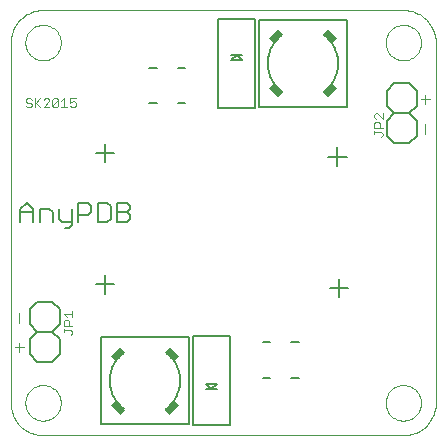
<source format=gto>
G75*
%MOIN*%
%OFA0B0*%
%FSLAX24Y24*%
%IPPOS*%
%LPD*%
%AMOC8*
5,1,8,0,0,1.08239X$1,22.5*
%
%ADD10C,0.0000*%
%ADD11C,0.0060*%
%ADD12C,0.0030*%
%ADD13C,0.0080*%
%ADD14C,0.0040*%
%ADD15R,0.0433X0.0226*%
%ADD16C,0.0050*%
D10*
X005626Y001648D02*
X005626Y013656D01*
X006118Y013656D02*
X006120Y013704D01*
X006126Y013752D01*
X006136Y013799D01*
X006149Y013845D01*
X006167Y013890D01*
X006187Y013934D01*
X006212Y013976D01*
X006240Y014015D01*
X006270Y014052D01*
X006304Y014086D01*
X006341Y014118D01*
X006379Y014147D01*
X006420Y014172D01*
X006463Y014194D01*
X006508Y014212D01*
X006554Y014226D01*
X006601Y014237D01*
X006649Y014244D01*
X006697Y014247D01*
X006745Y014246D01*
X006793Y014241D01*
X006841Y014232D01*
X006887Y014220D01*
X006932Y014203D01*
X006976Y014183D01*
X007018Y014160D01*
X007058Y014133D01*
X007096Y014103D01*
X007131Y014070D01*
X007163Y014034D01*
X007193Y013996D01*
X007219Y013955D01*
X007241Y013912D01*
X007261Y013868D01*
X007276Y013823D01*
X007288Y013776D01*
X007296Y013728D01*
X007300Y013680D01*
X007300Y013632D01*
X007296Y013584D01*
X007288Y013536D01*
X007276Y013489D01*
X007261Y013444D01*
X007241Y013400D01*
X007219Y013357D01*
X007193Y013316D01*
X007163Y013278D01*
X007131Y013242D01*
X007096Y013209D01*
X007058Y013179D01*
X007018Y013152D01*
X006976Y013129D01*
X006932Y013109D01*
X006887Y013092D01*
X006841Y013080D01*
X006793Y013071D01*
X006745Y013066D01*
X006697Y013065D01*
X006649Y013068D01*
X006601Y013075D01*
X006554Y013086D01*
X006508Y013100D01*
X006463Y013118D01*
X006420Y013140D01*
X006379Y013165D01*
X006341Y013194D01*
X006304Y013226D01*
X006270Y013260D01*
X006240Y013297D01*
X006212Y013336D01*
X006187Y013378D01*
X006167Y013422D01*
X006149Y013467D01*
X006136Y013513D01*
X006126Y013560D01*
X006120Y013608D01*
X006118Y013656D01*
X005626Y013656D02*
X005628Y013719D01*
X005633Y013782D01*
X005642Y013844D01*
X005655Y013906D01*
X005671Y013967D01*
X005691Y014026D01*
X005715Y014085D01*
X005741Y014142D01*
X005771Y014198D01*
X005804Y014251D01*
X005840Y014303D01*
X005879Y014352D01*
X005921Y014399D01*
X005966Y014444D01*
X006013Y014486D01*
X006062Y014525D01*
X006114Y014561D01*
X006168Y014594D01*
X006223Y014624D01*
X006280Y014650D01*
X006339Y014674D01*
X006398Y014694D01*
X006459Y014710D01*
X006521Y014723D01*
X006583Y014732D01*
X006646Y014737D01*
X006709Y014739D01*
X018716Y014739D01*
X018125Y013656D02*
X018127Y013704D01*
X018133Y013752D01*
X018143Y013799D01*
X018156Y013845D01*
X018174Y013890D01*
X018194Y013934D01*
X018219Y013976D01*
X018247Y014015D01*
X018277Y014052D01*
X018311Y014086D01*
X018348Y014118D01*
X018386Y014147D01*
X018427Y014172D01*
X018470Y014194D01*
X018515Y014212D01*
X018561Y014226D01*
X018608Y014237D01*
X018656Y014244D01*
X018704Y014247D01*
X018752Y014246D01*
X018800Y014241D01*
X018848Y014232D01*
X018894Y014220D01*
X018939Y014203D01*
X018983Y014183D01*
X019025Y014160D01*
X019065Y014133D01*
X019103Y014103D01*
X019138Y014070D01*
X019170Y014034D01*
X019200Y013996D01*
X019226Y013955D01*
X019248Y013912D01*
X019268Y013868D01*
X019283Y013823D01*
X019295Y013776D01*
X019303Y013728D01*
X019307Y013680D01*
X019307Y013632D01*
X019303Y013584D01*
X019295Y013536D01*
X019283Y013489D01*
X019268Y013444D01*
X019248Y013400D01*
X019226Y013357D01*
X019200Y013316D01*
X019170Y013278D01*
X019138Y013242D01*
X019103Y013209D01*
X019065Y013179D01*
X019025Y013152D01*
X018983Y013129D01*
X018939Y013109D01*
X018894Y013092D01*
X018848Y013080D01*
X018800Y013071D01*
X018752Y013066D01*
X018704Y013065D01*
X018656Y013068D01*
X018608Y013075D01*
X018561Y013086D01*
X018515Y013100D01*
X018470Y013118D01*
X018427Y013140D01*
X018386Y013165D01*
X018348Y013194D01*
X018311Y013226D01*
X018277Y013260D01*
X018247Y013297D01*
X018219Y013336D01*
X018194Y013378D01*
X018174Y013422D01*
X018156Y013467D01*
X018143Y013513D01*
X018133Y013560D01*
X018127Y013608D01*
X018125Y013656D01*
X018716Y014739D02*
X018779Y014737D01*
X018842Y014732D01*
X018904Y014723D01*
X018966Y014710D01*
X019027Y014694D01*
X019086Y014674D01*
X019145Y014650D01*
X019202Y014624D01*
X019258Y014594D01*
X019311Y014561D01*
X019363Y014525D01*
X019412Y014486D01*
X019459Y014444D01*
X019504Y014399D01*
X019546Y014352D01*
X019585Y014303D01*
X019621Y014251D01*
X019654Y014198D01*
X019684Y014142D01*
X019710Y014085D01*
X019734Y014026D01*
X019754Y013967D01*
X019770Y013906D01*
X019783Y013844D01*
X019792Y013782D01*
X019797Y013719D01*
X019799Y013656D01*
X019799Y001648D01*
X018125Y001648D02*
X018127Y001696D01*
X018133Y001744D01*
X018143Y001791D01*
X018156Y001837D01*
X018174Y001882D01*
X018194Y001926D01*
X018219Y001968D01*
X018247Y002007D01*
X018277Y002044D01*
X018311Y002078D01*
X018348Y002110D01*
X018386Y002139D01*
X018427Y002164D01*
X018470Y002186D01*
X018515Y002204D01*
X018561Y002218D01*
X018608Y002229D01*
X018656Y002236D01*
X018704Y002239D01*
X018752Y002238D01*
X018800Y002233D01*
X018848Y002224D01*
X018894Y002212D01*
X018939Y002195D01*
X018983Y002175D01*
X019025Y002152D01*
X019065Y002125D01*
X019103Y002095D01*
X019138Y002062D01*
X019170Y002026D01*
X019200Y001988D01*
X019226Y001947D01*
X019248Y001904D01*
X019268Y001860D01*
X019283Y001815D01*
X019295Y001768D01*
X019303Y001720D01*
X019307Y001672D01*
X019307Y001624D01*
X019303Y001576D01*
X019295Y001528D01*
X019283Y001481D01*
X019268Y001436D01*
X019248Y001392D01*
X019226Y001349D01*
X019200Y001308D01*
X019170Y001270D01*
X019138Y001234D01*
X019103Y001201D01*
X019065Y001171D01*
X019025Y001144D01*
X018983Y001121D01*
X018939Y001101D01*
X018894Y001084D01*
X018848Y001072D01*
X018800Y001063D01*
X018752Y001058D01*
X018704Y001057D01*
X018656Y001060D01*
X018608Y001067D01*
X018561Y001078D01*
X018515Y001092D01*
X018470Y001110D01*
X018427Y001132D01*
X018386Y001157D01*
X018348Y001186D01*
X018311Y001218D01*
X018277Y001252D01*
X018247Y001289D01*
X018219Y001328D01*
X018194Y001370D01*
X018174Y001414D01*
X018156Y001459D01*
X018143Y001505D01*
X018133Y001552D01*
X018127Y001600D01*
X018125Y001648D01*
X018716Y000565D02*
X018779Y000567D01*
X018842Y000572D01*
X018904Y000581D01*
X018966Y000594D01*
X019027Y000610D01*
X019086Y000630D01*
X019145Y000654D01*
X019202Y000680D01*
X019258Y000710D01*
X019311Y000743D01*
X019363Y000779D01*
X019412Y000818D01*
X019459Y000860D01*
X019504Y000905D01*
X019546Y000952D01*
X019585Y001001D01*
X019621Y001053D01*
X019654Y001107D01*
X019684Y001162D01*
X019710Y001219D01*
X019734Y001278D01*
X019754Y001337D01*
X019770Y001398D01*
X019783Y001460D01*
X019792Y001522D01*
X019797Y001585D01*
X019799Y001648D01*
X018716Y000566D02*
X006709Y000566D01*
X006118Y001648D02*
X006120Y001696D01*
X006126Y001744D01*
X006136Y001791D01*
X006149Y001837D01*
X006167Y001882D01*
X006187Y001926D01*
X006212Y001968D01*
X006240Y002007D01*
X006270Y002044D01*
X006304Y002078D01*
X006341Y002110D01*
X006379Y002139D01*
X006420Y002164D01*
X006463Y002186D01*
X006508Y002204D01*
X006554Y002218D01*
X006601Y002229D01*
X006649Y002236D01*
X006697Y002239D01*
X006745Y002238D01*
X006793Y002233D01*
X006841Y002224D01*
X006887Y002212D01*
X006932Y002195D01*
X006976Y002175D01*
X007018Y002152D01*
X007058Y002125D01*
X007096Y002095D01*
X007131Y002062D01*
X007163Y002026D01*
X007193Y001988D01*
X007219Y001947D01*
X007241Y001904D01*
X007261Y001860D01*
X007276Y001815D01*
X007288Y001768D01*
X007296Y001720D01*
X007300Y001672D01*
X007300Y001624D01*
X007296Y001576D01*
X007288Y001528D01*
X007276Y001481D01*
X007261Y001436D01*
X007241Y001392D01*
X007219Y001349D01*
X007193Y001308D01*
X007163Y001270D01*
X007131Y001234D01*
X007096Y001201D01*
X007058Y001171D01*
X007018Y001144D01*
X006976Y001121D01*
X006932Y001101D01*
X006887Y001084D01*
X006841Y001072D01*
X006793Y001063D01*
X006745Y001058D01*
X006697Y001057D01*
X006649Y001060D01*
X006601Y001067D01*
X006554Y001078D01*
X006508Y001092D01*
X006463Y001110D01*
X006420Y001132D01*
X006379Y001157D01*
X006341Y001186D01*
X006304Y001218D01*
X006270Y001252D01*
X006240Y001289D01*
X006212Y001328D01*
X006187Y001370D01*
X006167Y001414D01*
X006149Y001459D01*
X006136Y001505D01*
X006126Y001552D01*
X006120Y001600D01*
X006118Y001648D01*
X005626Y001648D02*
X005628Y001585D01*
X005633Y001522D01*
X005642Y001460D01*
X005655Y001398D01*
X005671Y001337D01*
X005691Y001278D01*
X005715Y001219D01*
X005741Y001162D01*
X005771Y001107D01*
X005804Y001053D01*
X005840Y001001D01*
X005879Y000952D01*
X005921Y000905D01*
X005966Y000860D01*
X006013Y000818D01*
X006062Y000779D01*
X006114Y000743D01*
X006167Y000710D01*
X006223Y000680D01*
X006280Y000654D01*
X006339Y000630D01*
X006398Y000610D01*
X006459Y000594D01*
X006521Y000581D01*
X006583Y000572D01*
X006646Y000567D01*
X006709Y000565D01*
D11*
X006508Y003011D02*
X006258Y003261D01*
X006258Y003761D01*
X006508Y004011D01*
X006258Y004261D01*
X006258Y004761D01*
X006508Y005011D01*
X007008Y005011D01*
X007258Y004761D01*
X007258Y004261D01*
X007008Y004011D01*
X007258Y003761D01*
X007258Y003261D01*
X007008Y003011D01*
X006508Y003011D01*
X006508Y004011D02*
X007008Y004011D01*
X007454Y007469D02*
X007560Y007469D01*
X007667Y007576D01*
X007667Y008109D01*
X007885Y007896D02*
X008205Y007896D01*
X008312Y008003D01*
X008312Y008216D01*
X008205Y008323D01*
X007885Y008323D01*
X007885Y007682D01*
X007667Y007682D02*
X007347Y007682D01*
X007240Y007789D01*
X007240Y008109D01*
X007023Y008003D02*
X007023Y007682D01*
X007023Y008003D02*
X006916Y008109D01*
X006596Y008109D01*
X006596Y007682D01*
X006378Y007682D02*
X006378Y008109D01*
X006165Y008323D01*
X005951Y008109D01*
X005951Y007682D01*
X005951Y008003D02*
X006378Y008003D01*
X008529Y008323D02*
X008529Y007682D01*
X008850Y007682D01*
X008956Y007789D01*
X008956Y008216D01*
X008850Y008323D01*
X008529Y008323D01*
X009174Y008323D02*
X009494Y008323D01*
X009601Y008216D01*
X009601Y008109D01*
X009494Y008003D01*
X009174Y008003D01*
X009494Y008003D02*
X009601Y007896D01*
X009601Y007789D01*
X009494Y007682D01*
X009174Y007682D01*
X009174Y008323D01*
X010252Y011639D02*
X010492Y011639D01*
X011192Y011639D02*
X011432Y011639D01*
X011432Y012819D02*
X011192Y012819D01*
X010492Y012819D02*
X010252Y012819D01*
X018167Y012044D02*
X018167Y011544D01*
X018417Y011294D01*
X018167Y011044D01*
X018167Y010544D01*
X018417Y010294D01*
X018917Y010294D01*
X019167Y010544D01*
X019167Y011044D01*
X018917Y011294D01*
X018417Y011294D01*
X018917Y011294D02*
X019167Y011544D01*
X019167Y012044D01*
X018917Y012294D01*
X018417Y012294D01*
X018167Y012044D01*
X015222Y003666D02*
X014982Y003666D01*
X014282Y003666D02*
X014042Y003666D01*
X014042Y002486D02*
X014282Y002486D01*
X014982Y002486D02*
X015222Y002486D01*
D12*
X007684Y003974D02*
X007684Y004022D01*
X007636Y004071D01*
X007394Y004071D01*
X007394Y004119D02*
X007394Y004022D01*
X007394Y004220D02*
X007394Y004365D01*
X007442Y004414D01*
X007539Y004414D01*
X007588Y004365D01*
X007588Y004220D01*
X007684Y004220D02*
X007394Y004220D01*
X007491Y004515D02*
X007394Y004612D01*
X007684Y004612D01*
X007684Y004708D02*
X007684Y004515D01*
X007684Y003974D02*
X007636Y003926D01*
X017982Y010525D02*
X018031Y010574D01*
X018031Y010622D01*
X017982Y010670D01*
X017740Y010670D01*
X017740Y010622D02*
X017740Y010719D01*
X017740Y010820D02*
X017740Y010965D01*
X017789Y011013D01*
X017885Y011013D01*
X017934Y010965D01*
X017934Y010820D01*
X018031Y010820D02*
X017740Y010820D01*
X017789Y011114D02*
X017740Y011163D01*
X017740Y011260D01*
X017789Y011308D01*
X017837Y011308D01*
X018031Y011114D01*
X018031Y011308D01*
X007800Y011554D02*
X007751Y011506D01*
X007655Y011506D01*
X007606Y011554D01*
X007606Y011651D02*
X007703Y011699D01*
X007751Y011699D01*
X007800Y011651D01*
X007800Y011554D01*
X007606Y011651D02*
X007606Y011796D01*
X007800Y011796D01*
X007408Y011796D02*
X007408Y011506D01*
X007312Y011506D02*
X007505Y011506D01*
X007312Y011699D02*
X007408Y011796D01*
X007210Y011748D02*
X007017Y011554D01*
X007065Y011506D01*
X007162Y011506D01*
X007210Y011554D01*
X007210Y011748D01*
X007162Y011796D01*
X007065Y011796D01*
X007017Y011748D01*
X007017Y011554D01*
X006916Y011506D02*
X006722Y011506D01*
X006916Y011699D01*
X006916Y011748D01*
X006867Y011796D01*
X006771Y011796D01*
X006722Y011748D01*
X006621Y011796D02*
X006428Y011603D01*
X006476Y011651D02*
X006621Y011506D01*
X006428Y011506D02*
X006428Y011796D01*
X006326Y011748D02*
X006278Y011796D01*
X006181Y011796D01*
X006133Y011748D01*
X006133Y011699D01*
X006181Y011651D01*
X006278Y011651D01*
X006326Y011603D01*
X006326Y011554D01*
X006278Y011506D01*
X006181Y011506D01*
X006133Y011554D01*
D13*
X008471Y009974D02*
X009085Y009974D01*
X008778Y010281D02*
X008778Y009667D01*
X013913Y011511D02*
X013913Y014424D01*
X016827Y014424D01*
X016827Y011511D01*
X013913Y011511D01*
X014199Y012967D02*
X014201Y013032D01*
X014206Y013097D01*
X014215Y013161D01*
X014228Y013224D01*
X014244Y013287D01*
X014264Y013349D01*
X014286Y013409D01*
X014313Y013468D01*
X014342Y013526D01*
X014375Y013582D01*
X014410Y013636D01*
X014449Y013688D01*
X014490Y013738D01*
X014534Y013785D01*
X014581Y013830D01*
X014630Y013872D01*
X014681Y013912D01*
X014199Y012968D02*
X014201Y012903D01*
X014206Y012838D01*
X014215Y012774D01*
X014228Y012711D01*
X014244Y012648D01*
X014264Y012586D01*
X014286Y012526D01*
X014313Y012467D01*
X014342Y012409D01*
X014375Y012353D01*
X014410Y012299D01*
X014449Y012247D01*
X014490Y012197D01*
X014534Y012150D01*
X014581Y012105D01*
X014630Y012063D01*
X014681Y012023D01*
X016541Y012967D02*
X016539Y013032D01*
X016534Y013097D01*
X016525Y013161D01*
X016512Y013224D01*
X016496Y013287D01*
X016476Y013349D01*
X016454Y013409D01*
X016427Y013468D01*
X016398Y013526D01*
X016365Y013582D01*
X016330Y013636D01*
X016291Y013688D01*
X016250Y013738D01*
X016206Y013785D01*
X016159Y013830D01*
X016110Y013872D01*
X016059Y013912D01*
X016541Y012968D02*
X016539Y012903D01*
X016534Y012838D01*
X016525Y012774D01*
X016512Y012711D01*
X016496Y012648D01*
X016476Y012586D01*
X016454Y012526D01*
X016427Y012467D01*
X016398Y012409D01*
X016365Y012353D01*
X016330Y012299D01*
X016291Y012247D01*
X016250Y012197D01*
X016206Y012150D01*
X016159Y012105D01*
X016110Y012063D01*
X016059Y012023D01*
X016519Y010166D02*
X016519Y009553D01*
X016825Y009859D02*
X016212Y009859D01*
X016568Y005786D02*
X016568Y005173D01*
X016261Y005480D02*
X016875Y005480D01*
X011561Y003843D02*
X011561Y000930D01*
X008647Y000930D01*
X008647Y003843D01*
X011561Y003843D01*
X011275Y002387D02*
X011273Y002322D01*
X011268Y002257D01*
X011259Y002193D01*
X011246Y002130D01*
X011230Y002067D01*
X011210Y002005D01*
X011188Y001945D01*
X011161Y001886D01*
X011132Y001828D01*
X011099Y001772D01*
X011064Y001718D01*
X011025Y001666D01*
X010984Y001616D01*
X010940Y001569D01*
X010893Y001524D01*
X010844Y001482D01*
X010793Y001442D01*
X011275Y002386D02*
X011273Y002451D01*
X011268Y002516D01*
X011259Y002580D01*
X011246Y002643D01*
X011230Y002706D01*
X011210Y002768D01*
X011188Y002828D01*
X011161Y002887D01*
X011132Y002945D01*
X011099Y003001D01*
X011064Y003055D01*
X011025Y003107D01*
X010984Y003157D01*
X010940Y003204D01*
X010893Y003249D01*
X010844Y003291D01*
X010793Y003331D01*
X008933Y002387D02*
X008935Y002322D01*
X008940Y002257D01*
X008949Y002193D01*
X008962Y002130D01*
X008978Y002067D01*
X008998Y002005D01*
X009020Y001945D01*
X009047Y001886D01*
X009076Y001828D01*
X009109Y001772D01*
X009144Y001718D01*
X009183Y001666D01*
X009224Y001616D01*
X009268Y001569D01*
X009315Y001524D01*
X009364Y001482D01*
X009415Y001442D01*
X008933Y002386D02*
X008935Y002451D01*
X008940Y002516D01*
X008949Y002580D01*
X008962Y002643D01*
X008978Y002706D01*
X008998Y002768D01*
X009020Y002828D01*
X009047Y002887D01*
X009076Y002945D01*
X009109Y003001D01*
X009144Y003055D01*
X009183Y003107D01*
X009224Y003157D01*
X009268Y003204D01*
X009315Y003249D01*
X009364Y003291D01*
X009415Y003331D01*
X008778Y005287D02*
X008778Y005901D01*
X008471Y005594D02*
X009085Y005594D01*
D14*
X005917Y004633D02*
X005917Y004326D01*
X005917Y003649D02*
X005917Y003342D01*
X005764Y003495D02*
X006070Y003495D01*
X019450Y010625D02*
X019450Y010932D01*
X019450Y011609D02*
X019450Y011916D01*
X019297Y011763D02*
X019604Y011763D01*
D15*
G36*
X016032Y012001D02*
X016336Y012305D01*
X016496Y012145D01*
X016192Y011841D01*
X016032Y012001D01*
G37*
G36*
X014404Y012305D02*
X014708Y012001D01*
X014548Y011841D01*
X014244Y012145D01*
X014404Y012305D01*
G37*
G36*
X014708Y013934D02*
X014404Y013630D01*
X014244Y013790D01*
X014548Y014094D01*
X014708Y013934D01*
G37*
G36*
X016336Y013630D02*
X016032Y013934D01*
X016192Y014094D01*
X016496Y013790D01*
X016336Y013630D01*
G37*
G36*
X011070Y003049D02*
X010766Y003353D01*
X010926Y003513D01*
X011230Y003209D01*
X011070Y003049D01*
G37*
G36*
X009442Y003353D02*
X009138Y003049D01*
X008978Y003209D01*
X009282Y003513D01*
X009442Y003353D01*
G37*
G36*
X009138Y001724D02*
X009442Y001420D01*
X009282Y001260D01*
X008978Y001564D01*
X009138Y001724D01*
G37*
G36*
X010766Y001420D02*
X011070Y001724D01*
X011230Y001564D01*
X010926Y001260D01*
X010766Y001420D01*
G37*
D16*
X011689Y000895D02*
X011689Y003889D01*
X011770Y003889D01*
X012949Y003889D01*
X012949Y000895D01*
X012770Y000895D01*
X011689Y000895D01*
X012770Y000895D02*
X012868Y000895D01*
X012494Y002112D02*
X012144Y002112D01*
X012144Y002262D02*
X012319Y002112D01*
X012494Y002262D01*
X012144Y002262D01*
X011793Y003889D02*
X011770Y003889D01*
X012525Y011465D02*
X012525Y014459D01*
X012704Y014459D01*
X013785Y014459D01*
X013785Y011465D01*
X013704Y011465D01*
X012525Y011465D01*
X013682Y011465D02*
X013704Y011465D01*
X013330Y013092D02*
X012980Y013092D01*
X013155Y013242D01*
X013330Y013092D01*
X013330Y013242D02*
X012980Y013242D01*
X012704Y014459D02*
X012607Y014459D01*
M02*

</source>
